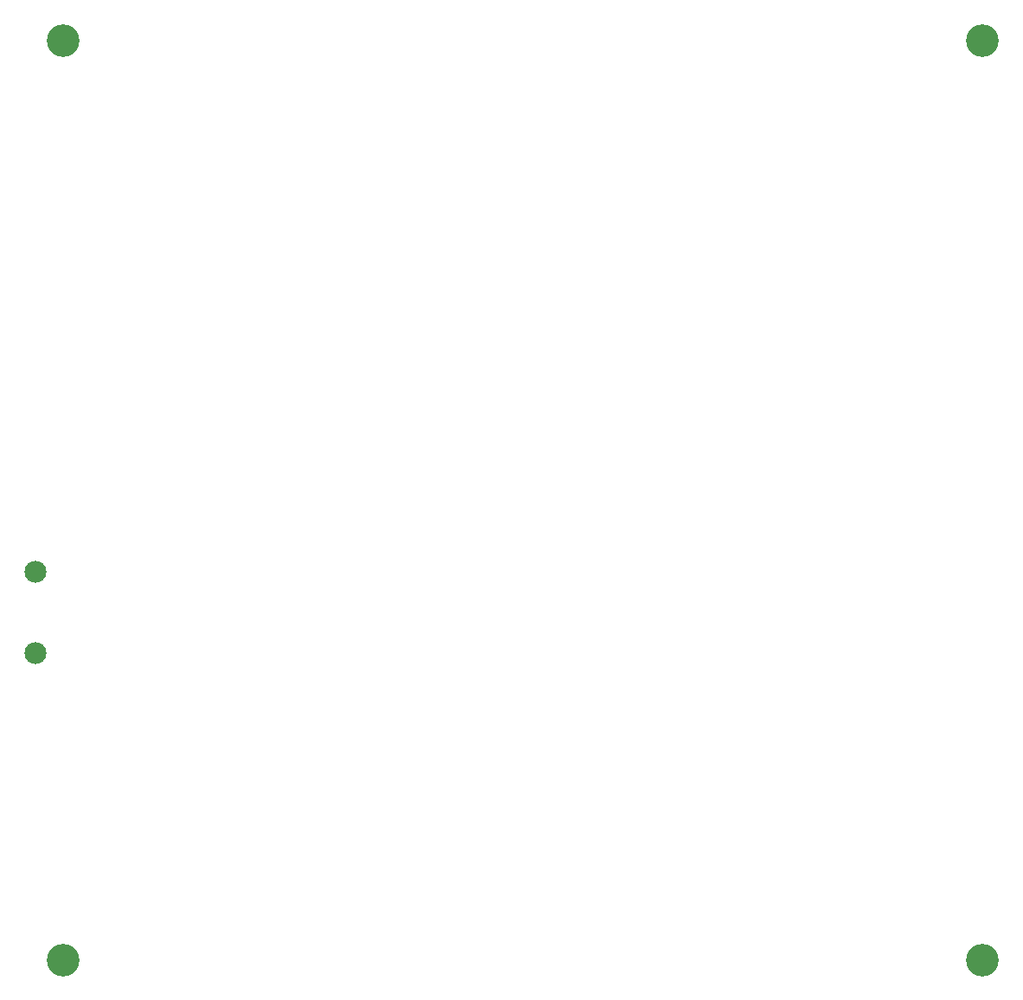
<source format=gbr>
%TF.GenerationSoftware,KiCad,Pcbnew,7.0.9*%
%TF.CreationDate,2023-12-18T12:46:53-05:00*%
%TF.ProjectId,Coaster_KiCard,436f6173-7465-4725-9f4b-69436172642e,rev?*%
%TF.SameCoordinates,Original*%
%TF.FileFunction,Soldermask,Bot*%
%TF.FilePolarity,Negative*%
%FSLAX46Y46*%
G04 Gerber Fmt 4.6, Leading zero omitted, Abs format (unit mm)*
G04 Created by KiCad (PCBNEW 7.0.9) date 2023-12-18 12:46:53*
%MOMM*%
%LPD*%
G01*
G04 APERTURE LIST*
%ADD10C,2.145000*%
%ADD11C,3.200000*%
G04 APERTURE END LIST*
D10*
%TO.C,J3*%
X27250000Y-82050000D03*
X27250000Y-89950000D03*
%TD*%
D11*
%TO.C,H4*%
X30000000Y-120000000D03*
%TD*%
%TO.C,H2*%
X120000000Y-30000000D03*
%TD*%
%TO.C,H3*%
X120000000Y-120000000D03*
%TD*%
%TO.C,H1*%
X30000000Y-30000000D03*
%TD*%
M02*

</source>
